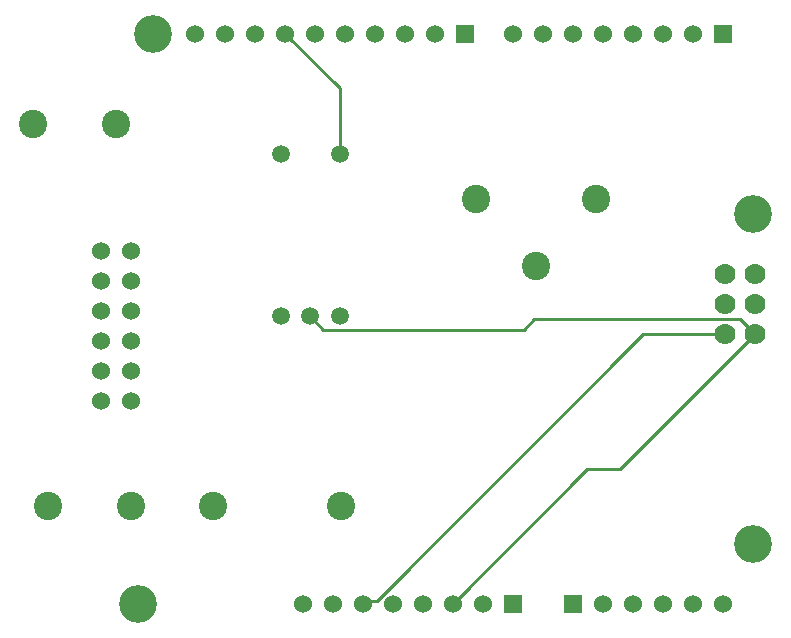
<source format=gbl>
G04*
G04 #@! TF.GenerationSoftware,Altium Limited,Altium Designer,22.5.1 (42)*
G04*
G04 Layer_Physical_Order=2*
G04 Layer_Color=16711680*
%FSLAX44Y44*%
%MOMM*%
G71*
G04*
G04 #@! TF.SameCoordinates,BAD225BF-FD7B-4A52-9E08-1AD1A92B9E85*
G04*
G04*
G04 #@! TF.FilePolarity,Positive*
G04*
G01*
G75*
%ADD13C,0.2540*%
%ADD18C,1.5240*%
%ADD19C,1.4986*%
%ADD24C,2.4000*%
%ADD25C,1.7780*%
%ADD26R,1.5240X1.5240*%
%ADD27C,3.2000*%
D13*
X310350Y406400D02*
Y461810D01*
X264160Y508000D02*
X310350Y461810D01*
X649100Y266200D02*
X661800Y253500D01*
X475142Y266200D02*
X649100D01*
X466539Y257597D02*
X475142Y266200D01*
X296653Y257597D02*
X466539D01*
X285350Y268900D02*
X296653Y257597D01*
X567535Y253500D02*
X636400D01*
X341630Y27594D02*
X567535Y253500D01*
X330200Y25400D02*
X332394Y27594D01*
X341630D01*
X406400Y25400D02*
X520207Y139207D01*
X547507D01*
X661800Y253500D01*
D18*
X107950Y323850D02*
D03*
Y298450D02*
D03*
Y273050D02*
D03*
Y247650D02*
D03*
Y222250D02*
D03*
Y196850D02*
D03*
X133350Y323850D02*
D03*
Y298450D02*
D03*
Y273050D02*
D03*
Y247650D02*
D03*
Y222250D02*
D03*
Y196850D02*
D03*
X381000Y25400D02*
D03*
X355600D02*
D03*
X330200D02*
D03*
X304800D02*
D03*
X279400D02*
D03*
X431800D02*
D03*
X406400D02*
D03*
X558800Y508000D02*
D03*
X533400D02*
D03*
X508000D02*
D03*
X482600D02*
D03*
X457200D02*
D03*
X609600D02*
D03*
X584200D02*
D03*
X391160D02*
D03*
X365760D02*
D03*
X340360D02*
D03*
X314960D02*
D03*
X289560D02*
D03*
X264160D02*
D03*
X238760D02*
D03*
X213360D02*
D03*
X187960D02*
D03*
X533400Y25400D02*
D03*
X558800D02*
D03*
X584200D02*
D03*
X609600D02*
D03*
X635000D02*
D03*
D19*
X260350Y406400D02*
D03*
X310350D02*
D03*
X260350Y268900D02*
D03*
X285350D02*
D03*
X310350D02*
D03*
D24*
X120650Y431800D02*
D03*
X425450Y368300D02*
D03*
X50800Y431800D02*
D03*
X311150Y107950D02*
D03*
X476250Y311150D02*
D03*
X527050Y368300D02*
D03*
X63500Y107950D02*
D03*
X203200D02*
D03*
X133350D02*
D03*
D25*
X636400Y304300D02*
D03*
X661800D02*
D03*
X636400Y278900D02*
D03*
X661800D02*
D03*
X636400Y253500D02*
D03*
X661800D02*
D03*
D26*
X457200Y25400D02*
D03*
X635000Y508000D02*
D03*
X416560D02*
D03*
X508000Y25400D02*
D03*
D27*
X660400Y76200D02*
D03*
Y355600D02*
D03*
X152400Y508000D02*
D03*
X139700Y25400D02*
D03*
M02*

</source>
